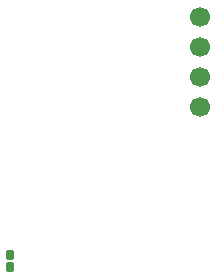
<source format=gbr>
%TF.GenerationSoftware,KiCad,Pcbnew,8.0.5*%
%TF.CreationDate,2024-12-12T18:20:32+01:00*%
%TF.ProjectId,Arduino_ESP,41726475-696e-46f5-9f45-53502e6b6963,rev?*%
%TF.SameCoordinates,Original*%
%TF.FileFunction,Paste,Bot*%
%TF.FilePolarity,Positive*%
%FSLAX46Y46*%
G04 Gerber Fmt 4.6, Leading zero omitted, Abs format (unit mm)*
G04 Created by KiCad (PCBNEW 8.0.5) date 2024-12-12 18:20:32*
%MOMM*%
%LPD*%
G01*
G04 APERTURE LIST*
G04 Aperture macros list*
%AMRoundRect*
0 Rectangle with rounded corners*
0 $1 Rounding radius*
0 $2 $3 $4 $5 $6 $7 $8 $9 X,Y pos of 4 corners*
0 Add a 4 corners polygon primitive as box body*
4,1,4,$2,$3,$4,$5,$6,$7,$8,$9,$2,$3,0*
0 Add four circle primitives for the rounded corners*
1,1,$1+$1,$2,$3*
1,1,$1+$1,$4,$5*
1,1,$1+$1,$6,$7*
1,1,$1+$1,$8,$9*
0 Add four rect primitives between the rounded corners*
20,1,$1+$1,$2,$3,$4,$5,0*
20,1,$1+$1,$4,$5,$6,$7,0*
20,1,$1+$1,$6,$7,$8,$9,0*
20,1,$1+$1,$8,$9,$2,$3,0*%
G04 Aperture macros list end*
%ADD10C,1.700000*%
%ADD11RoundRect,0.187500X-0.187500X0.212500X-0.187500X-0.212500X0.187500X-0.212500X0.187500X0.212500X0*%
G04 APERTURE END LIST*
D10*
%TO.C,J5*%
X166776400Y-88097200D03*
X166776400Y-90637200D03*
X166776400Y-93177200D03*
X166776400Y-95717200D03*
%TD*%
D11*
%TO.C,R17*%
X150672800Y-108252800D03*
X150672800Y-109272800D03*
%TD*%
M02*

</source>
